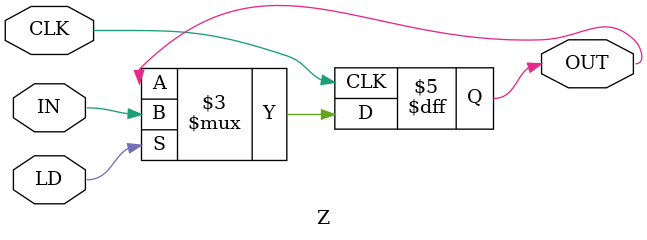
<source format=sv>
`timescale 1ns / 1ps


module Z(
    input LD, IN,CLK,
    output logic OUT
    );
        
    always_ff @(posedge CLK) begin
        if(LD == 1)begin
            OUT <= IN;
        end
    end
endmodule

</source>
